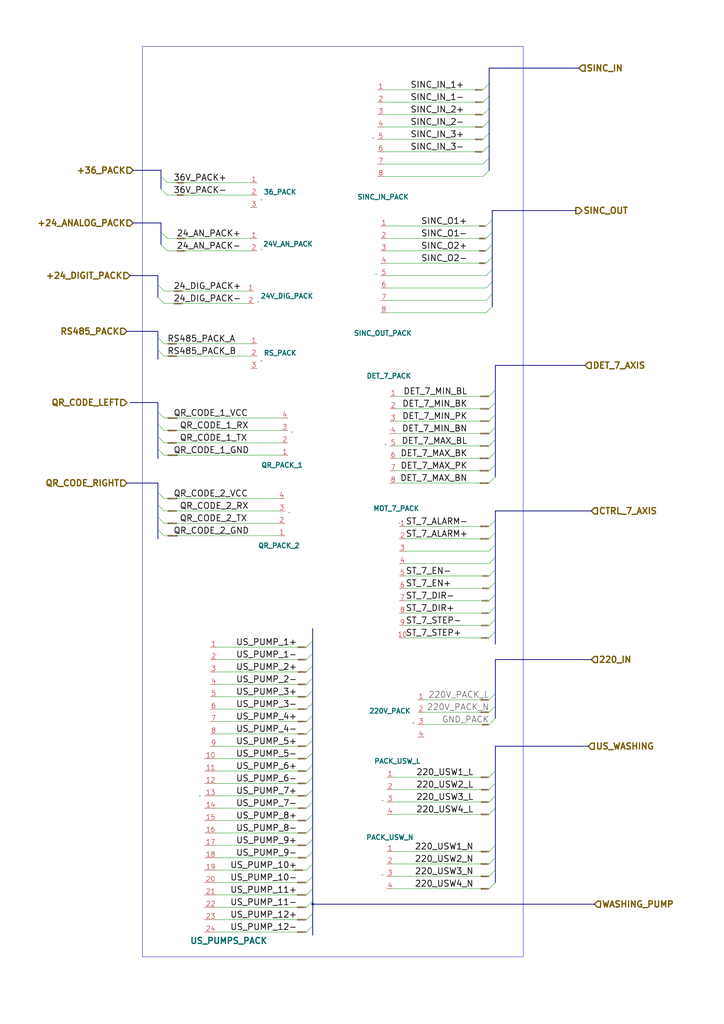
<source format=kicad_sch>
(kicad_sch (version 20250114) (generator "eeschema") (generator_version "9.0")
  (paper "A3" portrait)
  (lib_symbols
    (symbol "Conn_01x04_(wide)_2"
      (property "Reference" "J" (at 0 0 0))
      (symbol "Conn_01x04_(wide)_2_1_1"
        (pin input line (at -2.54 -5.08 0) (length 2.54) (name "") (number "1"))
        (pin input line (at -2.54 -10.16 0) (length 2.54) (name "") (number "2"))
        (pin input line (at -2.54 -15.24 0) (length 2.54) (name "") (number "3"))
        (pin input line (at -2.54 -20.32 0) (length 2.54) (name "") (number "4"))
      )
    )
    (symbol "Connector:Conn_01x02_(wide)"
      (property "Reference" "J" (at 0 0 0))
      (symbol "Conn_01x02_(wide)_1_1"
        (pin input line (at -2.54 -5.08 0) (length 2.54) (name "") (number "1"))
        (pin input line (at -2.54 -10.16 0) (length 2.54) (name "") (number "2"))
      )
    )
    (symbol "Connector:Conn_01x03_(wide)"
      (property "Reference" "J" (at 0 0 0))
      (symbol "Conn_01x03_(wide)_1_1"
        (pin input line (at -2.54 -5.08 0) (length 2.54) (name "") (number "1"))
        (pin input line (at -2.54 -10.16 0) (length 2.54) (name "") (number "2"))
        (pin input line (at -2.54 -15.24 0) (length 2.54) (name "") (number "3"))
      )
    )
    (symbol "Connector:Conn_01x08_(wide)"
      (property "Reference" "J" (at 0 0 0))
      (symbol "Conn_01x08_(wide)_1_1"
        (pin input line (at -2.54 -5.08 0) (length 2.54) (name "") (number "1"))
        (pin input line (at -2.54 -10.16 0) (length 2.54) (name "") (number "2"))
        (pin input line (at -2.54 -15.24 0) (length 2.54) (name "") (number "3"))
        (pin input line (at -2.54 -20.32 0) (length 2.54) (name "") (number "4"))
        (pin input line (at -2.54 -25.4 0) (length 2.54) (name "") (number "5"))
        (pin input line (at -2.54 -30.48 0) (length 2.54) (name "") (number "6"))
        (pin input line (at -2.54 -35.56 0) (length 2.54) (name "") (number "7"))
        (pin input line (at -2.54 -40.64 0) (length 2.54) (name "") (number "8"))
      )
    )
    (symbol "Connector:Conn_01x10_(wide)"
      (property "Reference" "J" (at 0 0 0))
      (symbol "Conn_01x10_(wide)_1_1"
        (pin input line (at -2.54 -5.08 0) (length 2.54) (name "") (number "1"))
        (pin input line (at -2.54 -10.16 0) (length 2.54) (name "") (number "2"))
        (pin input line (at -2.54 -15.24 0) (length 2.54) (name "") (number "3"))
        (pin input line (at -2.54 -20.32 0) (length 2.54) (name "") (number "4"))
        (pin input line (at -2.54 -25.4 0) (length 2.54) (name "") (number "5"))
        (pin input line (at -2.54 -30.48 0) (length 2.54) (name "") (number "6"))
        (pin input line (at -2.54 -35.56 0) (length 2.54) (name "") (number "7"))
        (pin input line (at -2.54 -40.64 0) (length 2.54) (name "") (number "8"))
        (pin input line (at -2.54 -45.72 0) (length 2.54) (name "") (number "9"))
        (pin input line (at -2.54 -50.8 0) (length 2.54) (name "") (number "10"))
      )
    )
    (symbol "Connector:Conn_01x24_(wide)"
      (property "Reference" "J" (at 0 2.286 0))
      (symbol "Conn_01x24_(wide)_1_1"
        (pin input line (at 0 -3.81 0) (length 2.54) (name "") (number "1"))
        (pin input line (at 0 -8.89 0) (length 2.54) (name "") (number "2"))
        (pin input line (at 0 -13.97 0) (length 2.54) (name "") (number "3"))
        (pin input line (at 0 -19.05 0) (length 2.54) (name "") (number "4"))
        (pin input line (at 0 -24.13 0) (length 2.54) (name "") (number "5"))
        (pin input line (at 0 -29.21 0) (length 2.54) (name "") (number "6"))
        (pin input line (at 0 -34.29 0) (length 2.54) (name "") (number "7"))
        (pin input line (at 0 -39.37 0) (length 2.54) (name "") (number "8"))
        (pin input line (at 0 -44.45 0) (length 2.54) (name "") (number "9"))
        (pin input line (at 0 -49.53 0) (length 5) (name "") (number "10"))
        (pin input line (at 0 -54.61 0) (length 5) (name "") (number "11"))
        (pin input line (at 0 -59.69 0) (length 5) (name "") (number "12"))
        (pin input line (at 0 -64.77 0) (length 5) (name "") (number "13"))
        (pin input line (at 0 -69.85 0) (length 5) (name "") (number "14"))
        (pin input line (at 0 -74.93 0) (length 5) (name "") (number "15"))
        (pin input line (at 0 -80.01 0) (length 5) (name "") (number "16"))
        (pin input line (at 0 -85.09 0) (length 5) (name "") (number "17"))
        (pin input line (at 0 -90.17 0) (length 5) (name "") (number "18"))
        (pin input line (at 0 -95.25 0) (length 5) (name "") (number "19"))
        (pin input line (at 0 -100.33 0) (length 5) (name "") (number "20"))
        (pin input line (at 0 -105.41 0) (length 5) (name "") (number "21"))
        (pin input line (at 0 -110.49 0) (length 5) (name "") (number "22"))
        (pin input line (at 0 -115.57 0) (length 5) (name "") (number "23"))
        (pin input line (at 0 -120.65 0) (length 5) (name "") (number "24"))
      )
    )
  )
  (rectangle (start 58.42 19.05) (end 214.63 392.43))
  (junction (at 128.27 370.84))
  (bus_entry (at 199.39 128.27) (size 2.54 -2.54))
  (bus_entry (at 198.12 67.31) (size 2.54 -2.54))
  (bus_entry (at 203.2 180.34) (size -2.54 2.54))
  (bus_entry (at 198.12 36.83) (size 2.54 -2.54))
  (bus_entry (at 128.27 328.93) (size -2.54 2.54))
  (bus_entry (at 64.77 143.51) (size 2.54 2.54))
  (bus_entry (at 128.27 334.01) (size -2.54 2.54))
  (bus_entry (at 203.2 254) (size -2.54 2.54))
  (bus_entry (at 64.77 116.84) (size 2.54 2.54))
  (bus_entry (at 200.66 364.49) (size 2.54 -2.54))
  (bus_entry (at 199.39 113.03) (size 2.54 -2.54))
  (bus_entry (at 128.27 288.29) (size -2.54 2.54))
  (bus_entry (at 199.39 97.79) (size 2.54 -2.54))
  (bus_entry (at 203.2 218.44) (size -2.54 2.54))
  (bus_entry (at 198.12 41.91) (size 2.54 -2.54))
  (bus_entry (at 203.2 190.5) (size -2.54 2.54))
  (bus_entry (at 203.2 213.36) (size -2.54 2.54))
  (bus_entry (at 64.77 212.09) (size 2.54 2.54))
  (bus_entry (at 128.27 359.41) (size -2.54 2.54))
  (bus_entry (at 203.2 284.48) (size -2.54 2.54))
  (bus_entry (at 198.12 57.15) (size 2.54 -2.54))
  (bus_entry (at 203.2 160.02) (size -2.54 2.54))
  (bus_entry (at 203.2 238.76) (size -2.54 2.54))
  (bus_entry (at 128.27 344.17) (size -2.54 2.54))
  (bus_entry (at 66.04 72.39) (size 2.54 2.54))
  (bus_entry (at 128.27 354.33) (size -2.54 2.54))
  (bus_entry (at 203.2 294.64) (size -2.54 2.54))
  (bus_entry (at 198.12 62.23) (size 2.54 -2.54))
  (bus_entry (at 200.66 334.01) (size 2.54 -2.54))
  (bus_entry (at 128.27 308.61) (size -2.54 2.54))
  (bus_entry (at 203.2 228.6) (size -2.54 2.54))
  (bus_entry (at 200.66 349.25) (size 2.54 -2.54))
  (bus_entry (at 200.66 354.33) (size 2.54 -2.54))
  (bus_entry (at 64.77 168.91) (size 2.54 2.54))
  (bus_entry (at 128.27 339.09) (size -2.54 2.54))
  (bus_entry (at 64.77 184.15) (size 2.54 2.54))
  (bus_entry (at 199.39 107.95) (size 2.54 -2.54))
  (bus_entry (at 128.27 369.57) (size -2.54 2.54))
  (bus_entry (at 128.27 379.73) (size -2.54 2.54))
  (bus_entry (at 66.04 95.25) (size 2.54 2.54))
  (bus_entry (at 203.2 170.18) (size -2.54 2.54))
  (bus_entry (at 128.27 374.65) (size -2.54 2.54))
  (bus_entry (at 203.2 223.52) (size -2.54 2.54))
  (bus_entry (at 64.77 121.92) (size 2.54 2.54))
  (bus_entry (at 199.39 92.71) (size 2.54 -2.54))
  (bus_entry (at 128.27 278.13) (size -2.54 2.54))
  (bus_entry (at 128.27 303.53) (size -2.54 2.54))
  (bus_entry (at 198.12 72.39) (size 2.54 -2.54))
  (bus_entry (at 198.12 46.99) (size 2.54 -2.54))
  (bus_entry (at 203.2 259.08) (size -2.54 2.54))
  (bus_entry (at 128.27 323.85) (size -2.54 2.54))
  (bus_entry (at 128.27 267.97) (size -2.54 2.54))
  (bus_entry (at 64.77 207.01) (size 2.54 2.54))
  (bus_entry (at 198.12 52.07) (size 2.54 -2.54))
  (bus_entry (at 203.2 185.42) (size -2.54 2.54))
  (bus_entry (at 128.27 318.77) (size -2.54 2.54))
  (bus_entry (at 128.27 273.05) (size -2.54 2.54))
  (bus_entry (at 64.77 217.17) (size 2.54 2.54))
  (bus_entry (at 64.77 201.93) (size 2.54 2.54))
  (bus_entry (at 199.39 102.87) (size 2.54 -2.54))
  (bus_entry (at 64.77 179.07) (size 2.54 2.54))
  (bus_entry (at 128.27 349.25) (size -2.54 2.54))
  (bus_entry (at 128.27 262.89) (size -2.54 2.54))
  (bus_entry (at 128.27 364.49) (size -2.54 2.54))
  (bus_entry (at 203.2 243.84) (size -2.54 2.54))
  (bus_entry (at 199.39 123.19) (size 2.54 -2.54))
  (bus_entry (at 128.27 298.45) (size -2.54 2.54))
  (bus_entry (at 203.2 175.26) (size -2.54 2.54))
  (bus_entry (at 200.66 328.93) (size 2.54 -2.54))
  (bus_entry (at 203.2 289.56) (size -2.54 2.54))
  (bus_entry (at 203.2 165.1) (size -2.54 2.54))
  (bus_entry (at 128.27 293.37) (size -2.54 2.54))
  (bus_entry (at 203.2 233.68) (size -2.54 2.54))
  (bus_entry (at 200.66 359.41) (size 2.54 -2.54))
  (bus_entry (at 66.04 77.47) (size 2.54 2.54))
  (bus_entry (at 128.27 313.69) (size -2.54 2.54))
  (bus_entry (at 64.77 173.99) (size 2.54 2.54))
  (bus_entry (at 203.2 195.58) (size -2.54 2.54))
  (bus_entry (at 64.77 138.43) (size 2.54 2.54))
  (bus_entry (at 203.2 248.92) (size -2.54 2.54))
  (bus_entry (at 200.66 323.85) (size 2.54 -2.54))
  (bus_entry (at 128.27 283.21) (size -2.54 2.54))
  (bus_entry (at 66.04 100.33) (size 2.54 2.54))
  (bus_entry (at 199.39 118.11) (size 2.54 -2.54))
  (bus_entry (at 200.66 318.77) (size 2.54 -2.54))
  (bus (pts (xy 64.77 116.84) (xy 64.77 121.92)))
  (wire (pts (xy 200.66 297.18) (xy 173.99 297.18)))
  (bus (pts (xy 203.2 284.48) (xy 203.2 289.56)))
  (bus (pts (xy 203.2 316.23) (xy 203.2 321.31)))
  (wire (pts (xy 200.66 236.22) (xy 166.37 236.22)))
  (bus (pts (xy 203.2 306.07) (xy 241.3 306.07)))
  (bus (pts (xy 128.27 374.65) (xy 128.27 379.73)))
  (wire (pts (xy 200.66 261.62) (xy 166.37 261.62)))
  (bus (pts (xy 128.27 318.77) (xy 128.27 323.85)))
  (wire (pts (xy 125.73 351.79) (xy 88.9 351.79)))
  (wire (pts (xy 125.73 316.23) (xy 88.9 316.23)))
  (bus (pts (xy 201.93 86.36) (xy 201.93 90.17)))
  (wire (pts (xy 166.37 220.98) (xy 200.66 220.98)))
  (bus (pts (xy 53.34 165.1) (xy 64.77 165.1)))
  (bus (pts (xy 203.2 175.26) (xy 203.2 180.34)))
  (bus (pts (xy 128.27 278.13) (xy 128.27 283.21)))
  (wire (pts (xy 125.73 321.31) (xy 88.9 321.31)))
  (wire (pts (xy 67.31 209.55) (xy 114.3 209.55)))
  (bus (pts (xy 52.07 198.12) (xy 64.77 198.12)))
  (bus (pts (xy 203.2 270.51) (xy 242.57 270.51)))
  (wire (pts (xy 125.73 285.75) (xy 88.9 285.75)))
  (bus (pts (xy 66.04 91.44) (xy 66.04 95.25)))
  (bus (pts (xy 128.27 283.21) (xy 128.27 288.29)))
  (wire (pts (xy 200.66 187.96) (xy 162.56 187.96)))
  (wire (pts (xy 158.75 92.71) (xy 199.39 92.71)))
  (wire (pts (xy 166.37 231.14) (xy 200.66 231.14)))
  (wire (pts (xy 67.31 140.97) (xy 102.87 140.97)))
  (wire (pts (xy 67.31 146.05) (xy 102.87 146.05)))
  (wire (pts (xy 166.37 226.06) (xy 200.66 226.06)))
  (bus (pts (xy 203.2 270.51) (xy 203.2 284.48)))
  (bus (pts (xy 64.77 165.1) (xy 64.77 168.91)))
  (wire (pts (xy 166.37 215.9) (xy 200.66 215.9)))
  (bus (pts (xy 201.93 120.65) (xy 201.93 125.73)))
  (bus (pts (xy 236.22 86.36) (xy 201.93 86.36)))
  (bus (pts (xy 128.27 293.37) (xy 128.27 298.45)))
  (bus (pts (xy 201.93 105.41) (xy 201.93 110.49)))
  (bus (pts (xy 203.2 248.92) (xy 203.2 254)))
  (bus (pts (xy 201.93 90.17) (xy 201.93 95.25)))
  (bus (pts (xy 203.2 259.08) (xy 203.2 264.16)))
  (bus (pts (xy 203.2 209.55) (xy 203.2 213.36)))
  (wire (pts (xy 200.66 292.1) (xy 173.99 292.1)))
  (bus (pts (xy 64.77 217.17) (xy 64.77 220.98)))
  (bus (pts (xy 128.27 344.17) (xy 128.27 349.25)))
  (wire (pts (xy 157.48 67.31) (xy 198.12 67.31)))
  (wire (pts (xy 200.66 287.02) (xy 173.99 287.02)))
  (bus (pts (xy 203.2 165.1) (xy 203.2 170.18)))
  (wire (pts (xy 67.31 214.63) (xy 114.3 214.63)))
  (wire (pts (xy 158.75 123.19) (xy 199.39 123.19)))
  (wire (pts (xy 161.29 359.41) (xy 200.66 359.41)))
  (bus (pts (xy 203.2 238.76) (xy 203.2 243.84)))
  (wire (pts (xy 200.66 182.88) (xy 162.56 182.88)))
  (wire (pts (xy 157.48 36.83) (xy 198.12 36.83)))
  (wire (pts (xy 157.48 72.39) (xy 198.12 72.39)))
  (bus (pts (xy 64.77 173.99) (xy 64.77 179.07)))
  (bus (pts (xy 200.66 54.61) (xy 200.66 59.69)))
  (wire (pts (xy 125.73 300.99) (xy 88.9 300.99)))
  (wire (pts (xy 125.73 331.47) (xy 88.9 331.47)))
  (bus (pts (xy 203.2 331.47) (xy 203.2 346.71)))
  (bus (pts (xy 128.27 262.89) (xy 128.27 257.81)))
  (wire (pts (xy 157.48 57.15) (xy 198.12 57.15)))
  (wire (pts (xy 67.31 204.47) (xy 114.3 204.47)))
  (wire (pts (xy 125.73 311.15) (xy 88.9 311.15)))
  (bus (pts (xy 203.2 254) (xy 203.2 259.08)))
  (bus (pts (xy 128.27 379.73) (xy 128.27 383.54)))
  (bus (pts (xy 203.2 149.86) (xy 203.2 160.02)))
  (bus (pts (xy 66.04 72.39) (xy 66.04 77.47)))
  (wire (pts (xy 158.75 128.27) (xy 199.39 128.27)))
  (bus (pts (xy 66.04 95.25) (xy 66.04 100.33)))
  (wire (pts (xy 158.75 118.11) (xy 199.39 118.11)))
  (bus (pts (xy 64.77 201.93) (xy 64.77 207.01)))
  (bus (pts (xy 203.2 233.68) (xy 203.2 238.76)))
  (wire (pts (xy 68.58 102.87) (xy 102.87 102.87)))
  (wire (pts (xy 158.75 97.79) (xy 199.39 97.79)))
  (bus (pts (xy 203.2 346.71) (xy 203.2 351.79)))
  (bus (pts (xy 203.2 306.07) (xy 203.2 316.23)))
  (wire (pts (xy 125.73 336.55) (xy 88.9 336.55)))
  (bus (pts (xy 128.27 334.01) (xy 128.27 339.09)))
  (bus (pts (xy 203.2 223.52) (xy 203.2 228.6)))
  (bus (pts (xy 203.2 351.79) (xy 203.2 356.87)))
  (bus (pts (xy 203.2 160.02) (xy 203.2 165.1)))
  (wire (pts (xy 125.73 377.19) (xy 88.9 377.19)))
  (wire (pts (xy 161.29 364.49) (xy 200.66 364.49)))
  (bus (pts (xy 128.27 328.93) (xy 128.27 334.01)))
  (wire (pts (xy 157.48 46.99) (xy 198.12 46.99)))
  (bus (pts (xy 64.77 135.89) (xy 64.77 138.43)))
  (wire (pts (xy 125.73 382.27) (xy 88.9 382.27)))
  (wire (pts (xy 125.73 290.83) (xy 88.9 290.83)))
  (wire (pts (xy 157.48 52.07) (xy 198.12 52.07)))
  (bus (pts (xy 64.77 212.09) (xy 64.77 217.17)))
  (wire (pts (xy 68.58 80.01) (xy 102.87 80.01)))
  (bus (pts (xy 128.27 370.84) (xy 128.27 374.65)))
  (bus (pts (xy 203.2 185.42) (xy 203.2 190.5)))
  (bus (pts (xy 203.2 180.34) (xy 203.2 185.42)))
  (wire (pts (xy 158.75 113.03) (xy 199.39 113.03)))
  (bus (pts (xy 203.2 243.84) (xy 203.2 248.92)))
  (wire (pts (xy 68.58 74.93) (xy 102.87 74.93)))
  (bus (pts (xy 203.2 289.56) (xy 203.2 294.64)))
  (bus (pts (xy 128.27 303.53) (xy 128.27 308.61)))
  (bus (pts (xy 200.66 27.94) (xy 237.49 27.94)))
  (bus (pts (xy 128.27 370.84) (xy 243.84 370.84)))
  (wire (pts (xy 200.66 256.54) (xy 166.37 256.54)))
  (wire (pts (xy 125.73 346.71) (xy 88.9 346.71)))
  (bus (pts (xy 64.77 113.03) (xy 53.34 113.03)))
  (wire (pts (xy 200.66 246.38) (xy 166.37 246.38)))
  (bus (pts (xy 64.77 179.07) (xy 64.77 184.15)))
  (bus (pts (xy 200.66 44.45) (xy 200.66 49.53)))
  (bus (pts (xy 64.77 138.43) (xy 64.77 143.51)))
  (wire (pts (xy 157.48 62.23) (xy 198.12 62.23)))
  (bus (pts (xy 128.27 364.49) (xy 128.27 369.57)))
  (bus (pts (xy 200.66 34.29) (xy 200.66 39.37)))
  (bus (pts (xy 200.66 39.37) (xy 200.66 44.45)))
  (wire (pts (xy 161.29 318.77) (xy 200.66 318.77)))
  (wire (pts (xy 162.56 177.8) (xy 200.66 177.8)))
  (bus (pts (xy 203.2 218.44) (xy 203.2 223.52)))
  (wire (pts (xy 125.73 341.63) (xy 88.9 341.63)))
  (wire (pts (xy 162.56 167.64) (xy 200.66 167.64)))
  (wire (pts (xy 125.73 265.43) (xy 88.9 265.43)))
  (wire (pts (xy 68.58 97.79) (xy 102.87 97.79)))
  (wire (pts (xy 125.73 275.59) (xy 88.9 275.59)))
  (wire (pts (xy 125.73 361.95) (xy 88.9 361.95)))
  (bus (pts (xy 128.27 298.45) (xy 128.27 303.53)))
  (wire (pts (xy 162.56 172.72) (xy 200.66 172.72)))
  (bus (pts (xy 203.2 190.5) (xy 203.2 195.58)))
  (bus (pts (xy 128.27 339.09) (xy 128.27 344.17)))
  (wire (pts (xy 88.9 356.87) (xy 125.73 356.87)))
  (wire (pts (xy 125.73 280.67) (xy 88.9 280.67)))
  (wire (pts (xy 67.31 186.69) (xy 115.57 186.69)))
  (bus (pts (xy 203.2 213.36) (xy 203.2 218.44)))
  (bus (pts (xy 64.77 168.91) (xy 64.77 173.99)))
  (wire (pts (xy 125.73 367.03) (xy 88.9 367.03)))
  (bus (pts (xy 200.66 49.53) (xy 200.66 54.61)))
  (bus (pts (xy 201.93 100.33) (xy 201.93 105.41)))
  (wire (pts (xy 158.75 102.87) (xy 199.39 102.87)))
  (bus (pts (xy 64.77 113.03) (xy 64.77 116.84)))
  (bus (pts (xy 201.93 110.49) (xy 201.93 115.57)))
  (bus (pts (xy 203.2 356.87) (xy 203.2 361.95)))
  (bus (pts (xy 201.93 95.25) (xy 201.93 100.33)))
  (wire (pts (xy 125.73 306.07) (xy 88.9 306.07)))
  (bus (pts (xy 128.27 267.97) (xy 128.27 273.05)))
  (bus (pts (xy 128.27 364.49) (xy 128.27 359.41)))
  (bus (pts (xy 200.66 64.77) (xy 200.66 69.85)))
  (wire (pts (xy 67.31 119.38) (xy 101.6 119.38)))
  (bus (pts (xy 242.57 209.55) (xy 203.2 209.55)))
  (wire (pts (xy 161.29 349.25) (xy 200.66 349.25)))
  (bus (pts (xy 128.27 308.61) (xy 128.27 313.69)))
  (bus (pts (xy 128.27 354.33) (xy 128.27 349.25)))
  (bus (pts (xy 200.66 59.69) (xy 200.66 64.77)))
  (bus (pts (xy 128.27 369.57) (xy 128.27 370.84)))
  (bus (pts (xy 64.77 198.12) (xy 64.77 201.93)))
  (wire (pts (xy 125.73 372.11) (xy 88.9 372.11)))
  (bus (pts (xy 128.27 323.85) (xy 128.27 328.93)))
  (bus (pts (xy 128.27 273.05) (xy 128.27 278.13)))
  (bus (pts (xy 64.77 143.51) (xy 64.77 147.32)))
  (wire (pts (xy 125.73 295.91) (xy 88.9 295.91)))
  (wire (pts (xy 158.75 107.95) (xy 199.39 107.95)))
  (bus (pts (xy 128.27 354.33) (xy 128.27 359.41)))
  (bus (pts (xy 52.07 135.89) (xy 64.77 135.89)))
  (wire (pts (xy 157.48 41.91) (xy 198.12 41.91)))
  (wire (pts (xy 125.73 270.51) (xy 88.9 270.51)))
  (bus (pts (xy 128.27 262.89) (xy 128.27 267.97)))
  (wire (pts (xy 161.29 328.93) (xy 200.66 328.93)))
  (wire (pts (xy 200.66 198.12) (xy 162.56 198.12)))
  (wire (pts (xy 200.66 251.46) (xy 166.37 251.46)))
  (bus (pts (xy 200.66 34.29) (xy 200.66 27.94)))
  (wire (pts (xy 161.29 323.85) (xy 200.66 323.85)))
  (bus (pts (xy 203.2 228.6) (xy 203.2 233.68)))
  (wire (pts (xy 67.31 171.45) (xy 115.57 171.45)))
  (wire (pts (xy 67.31 176.53) (xy 115.57 176.53)))
  (bus (pts (xy 240.03 149.86) (xy 203.2 149.86)))
  (bus (pts (xy 54.61 69.85) (xy 66.04 69.85)))
  (bus (pts (xy 64.77 184.15) (xy 64.77 187.96)))
  (wire (pts (xy 67.31 181.61) (xy 115.57 181.61)))
  (bus (pts (xy 128.27 288.29) (xy 128.27 293.37)))
  (wire (pts (xy 125.73 326.39) (xy 88.9 326.39)))
  (bus (pts (xy 54.61 91.44) (xy 66.04 91.44)))
  (wire (pts (xy 161.29 354.33) (xy 200.66 354.33)))
  (wire (pts (xy 200.66 241.3) (xy 166.37 241.3)))
  (bus (pts (xy 203.2 326.39) (xy 203.2 331.47)))
  (wire (pts (xy 67.31 124.46) (xy 101.6 124.46)))
  (bus (pts (xy 203.2 321.31) (xy 203.2 326.39)))
  (wire (pts (xy 162.56 162.56) (xy 200.66 162.56)))
  (bus (pts (xy 64.77 207.01) (xy 64.77 212.09)))
  (wire (pts (xy 200.66 193.04) (xy 162.56 193.04)))
  (bus (pts (xy 203.2 170.18) (xy 203.2 175.26)))
  (bus (pts (xy 201.93 115.57) (xy 201.93 120.65)))
  (wire (pts (xy 161.29 334.01) (xy 200.66 334.01)))
  (wire (pts (xy 67.31 219.71) (xy 114.3 219.71)))
  (bus (pts (xy 128.27 313.69) (xy 128.27 318.77)))
  (bus (pts (xy 66.04 69.85) (xy 66.04 72.39)))
  (label "DET_7_MAX_PK" (at 191.77 193.04 180) (effects (font (size 2.5 2.5) (thickness 0.3125))))
  (label "SINC_O1+" (at 191.77 92.71 180) (effects (font (size 2.5 2.5) (thickness 0.3125))))
  (label "RS485_PACK_A" (at 68.58 140.97 0) (effects (font (size 2.5 2.5) (thickness 0.3125))))
  (label "US_PUMP_7+" (at 121.92 326.39 180) (effects (font (size 2.5 2.5) (thickness 0.3125))))
  (label "US_PUMP_6+" (at 121.92 316.23 180) (effects (font (size 2.5 2.5) (thickness 0.3125))))
  (label "SINC_O2+" (at 191.77 102.87 180) (effects (font (size 2.5 2.5) (thickness 0.3125))))
  (label "US_PUMP_1+" (at 121.92 265.43 180) (effects (font (size 2.5 2.5) (thickness 0.3125))))
  (label "220_USW1_L" (at 194.31 318.77 180) (effects (font (size 2.5 2.5) (thickness 0.3125))))
  (label "US_PUMP_11+" (at 121.92 367.03 180) (effects (font (size 2.5 2.5) (thickness 0.3125))))
  (label "ST_7_EN-" (at 166.37 236.22 0) (effects (font (size 2.5 2.5) (thickness 0.3125))))
  (label "US_PUMP_12-" (at 121.92 382.27 180) (effects (font (size 2.5 2.5) (thickness 0.3125))))
  (label "220_USW4_N" (at 194.31 364.49 180) (effects (font (size 2.5 2.5) (thickness 0.3125))))
  (label "US_PUMP_4+" (at 121.92 295.91 180) (effects (font (size 2.5 2.5) (thickness 0.3125))))
  (label "US_PUMP_6-" (at 121.92 321.31 180) (effects (font (size 2.5 2.5) (thickness 0.3125))))
  (label "SINC_IN_1-" (at 190.5 41.91 180) (effects (font (size 2.5 2.5) (thickness 0.3125))))
  (label "US_PUMP_2+" (at 121.92 275.59 180) (effects (font (size 2.5 2.5) (thickness 0.3125))))
  (label "US_PUMP_1-" (at 121.92 270.51 180) (effects (font (size 2.5 2.5) (thickness 0.3125))))
  (label "220_USW2_L" (at 194.31 323.85 180) (effects (font (size 2.5 2.5) (thickness 0.3125))))
  (label "220_USW4_L" (at 194.31 334.01 180) (effects (font (size 2.5 2.5) (thickness 0.3125))))
  (label "220_USW2_N" (at 194.31 354.33 180) (effects (font (size 2.5 2.5) (thickness 0.3125))))
  (label "US_PUMP_7-" (at 121.92 331.47 180) (effects (font (size 2.5 2.5) (thickness 0.3125))))
  (label "QR_CODE_2_GND" (at 71.12 219.71 0) (effects (font (size 2.5 2.5) (thickness 0.3125))))
  (label "QR_CODE_1_TX" (at 73.66 181.61 0) (effects (font (size 2.5 2.5) (thickness 0.3125))))
  (label "36V_PACK+" (at 71.12 74.93 0) (effects (font (size 2.5 2.5) (thickness 0.3125))))
  (label "QR_CODE_1_GND" (at 71.12 186.69 0) (effects (font (size 2.5 2.5) (thickness 0.3125))))
  (label "US_PUMP_11-" (at 121.92 372.11 180) (effects (font (size 2.5 2.5) (thickness 0.3125))))
  (label "QR_CODE_2_TX" (at 73.66 214.63 0) (effects (font (size 2.5 2.5) (thickness 0.3125))))
  (label "220V_PACK_L" (at 200.66 287.02 180) (effects (font (size 2.5 2.5))))
  (label "DET_7_MIN_BL" (at 191.77 162.56 180) (effects (font (size 2.5 2.5) (thickness 0.3125))))
  (label "QR_CODE_2_RX" (at 73.66 209.55 0) (effects (font (size 2.5 2.5) (thickness 0.3125))))
  (label "US_PUMP_10-" (at 121.92 361.95 180) (effects (font (size 2.5 2.5) (thickness 0.3125))))
  (label "24_DIG_PACK-" (at 71.12 124.46 0) (effects (font (size 2.5 2.5) (thickness 0.3125))))
  (label "DET_7_MIN_BN" (at 191.77 177.8 180) (effects (font (size 2.5 2.5) (thickness 0.3125))))
  (label "SINC_IN_1+" (at 190.5 36.83 180) (effects (font (size 2.5 2.5) (thickness 0.3125))))
  (label "SINC_IN_2-" (at 190.5 52.07 180) (effects (font (size 2.5 2.5) (thickness 0.3125))))
  (label "US_PUMP_5+" (at 121.92 306.07 180) (effects (font (size 2.5 2.5) (thickness 0.3125))))
  (label "24_AN_PACK+" (at 72.39 97.79 0) (effects (font (size 2.5 2.5) (thickness 0.3125))))
  (label "SINC_IN_3+" (at 190.5 57.15 180) (effects (font (size 2.5 2.5) (thickness 0.3125))))
  (label "220_USW1_N" (at 194.31 349.25 180) (effects (font (size 2.5 2.5) (thickness 0.3125))))
  (label "RS485_PACK_B" (at 68.58 146.05 0) (effects (font (size 2.5 2.5) (thickness 0.3125))))
  (label "ST_7_EN+" (at 166.37 241.3 0) (effects (font (size 2.5 2.5) (thickness 0.3125))))
  (label "ST_7_DIR+" (at 166.37 251.46 0) (effects (font (size 2.5 2.5) (thickness 0.3125))))
  (label "ST_7_ALARM-" (at 166.37 215.9 0) (effects (font (size 2.5 2.5) (thickness 0.3125))))
  (label "US_PUMP_3-" (at 121.92 290.83 180) (effects (font (size 2.5 2.5) (thickness 0.3125))))
  (label "US_PUMP_8-" (at 121.92 341.63 180) (effects (font (size 2.5 2.5) (thickness 0.3125))))
  (label "SINC_IN_3-" (at 190.5 62.23 180) (effects (font (size 2.5 2.5) (thickness 0.3125))))
  (label "US_PUMP_2-" (at 121.92 280.67 180) (effects (font (size 2.5 2.5) (thickness 0.3125))))
  (label "ST_7_STEP+" (at 166.37 261.62 0) (effects (font (size 2.5 2.5) (thickness 0.3125))))
  (label "GND_PACK" (at 200.66 297.18 180) (effects (font (size 2.5 2.5))))
  (label "DET_7_MIN_BK" (at 191.77 167.64 180) (effects (font (size 2.5 2.5) (thickness 0.3125))))
  (label "QR_CODE_1_RX" (at 73.66 176.53 0) (effects (font (size 2.5 2.5) (thickness 0.3125))))
  (label "24_DIG_PACK+" (at 71.12 119.38 0) (effects (font (size 2.5 2.5) (thickness 0.3125))))
  (label "QR_CODE_1_VCC" (at 71.12 171.45 0) (effects (font (size 2.5 2.5) (thickness 0.3125))))
  (label "DET_7_MIN_PK" (at 191.77 172.72 180) (effects (font (size 2.5 2.5) (thickness 0.3125))))
  (label "US_PUMP_4-" (at 121.92 300.99 180) (effects (font (size 2.5 2.5) (thickness 0.3125))))
  (label "US_PUMP_10+" (at 121.92 356.87 180) (effects (font (size 2.5 2.5) (thickness 0.3125))))
  (label "220V_PACK_N" (at 200.66 292.1 180) (effects (font (size 2.5 2.5))))
  (label "SINC_O2-" (at 191.77 107.95 180) (effects (font (size 2.5 2.5) (thickness 0.3125))))
  (label "US_PUMP_8+" (at 121.92 336.55 180) (effects (font (size 2.5 2.5) (thickness 0.3125))))
  (label "SINC_O1-" (at 191.77 97.79 180) (effects (font (size 2.5 2.5) (thickness 0.3125))))
  (label "ST_7_DIR-" (at 166.37 246.38 0) (effects (font (size 2.5 2.5) (thickness 0.3125))))
  (label "220_USW3_L" (at 194.31 328.93 180) (effects (font (size 2.5 2.5) (thickness 0.3125))))
  (label "ST_7_STEP-" (at 166.37 256.54 0) (effects (font (size 2.5 2.5) (thickness 0.3125))))
  (label "US_PUMP_3+" (at 121.92 285.75 180) (effects (font (size 2.5 2.5) (thickness 0.3125))))
  (label "DET_7_MAX_BK" (at 191.77 187.96 180) (effects (font (size 2.5 2.5) (thickness 0.3125))))
  (label "36V_PACK-" (at 71.12 80.01 0) (effects (font (size 2.5 2.5) (thickness 0.3125))))
  (label "ST_7_ALARM+" (at 166.37 220.98 0) (effects (font (size 2.5 2.5) (thickness 0.3125))))
  (label "US_PUMP_9-" (at 121.92 351.79 180) (effects (font (size 2.5 2.5) (thickness 0.3125))))
  (label "24_AN_PACK-" (at 72.39 102.87 0) (effects (font (size 2.5 2.5) (thickness 0.3125))))
  (label "SINC_IN_2+" (at 190.5 46.99 180) (effects (font (size 2.5 2.5) (thickness 0.3125))))
  (label "US_PUMP_9+" (at 121.92 346.71 180) (effects (font (size 2.5 2.5) (thickness 0.3125))))
  (label "220_USW3_N" (at 194.31 359.41 180) (effects (font (size 2.5 2.5) (thickness 0.3125))))
  (label "QR_CODE_2_VCC" (at 71.12 204.47 0) (effects (font (size 2.5 2.5) (thickness 0.3125))))
  (label "US_PUMP_5-" (at 121.92 311.15 180) (effects (font (size 2.5 2.5) (thickness 0.3125))))
  (label "US_PUMP_12+" (at 121.92 377.19 180) (effects (font (size 2.5 2.5) (thickness 0.3125))))
  (label "DET_7_MAX_BN" (at 191.77 198.12 180) (effects (font (size 2.5 2.5) (thickness 0.3125))))
  (label "DET_7_MAX_BL" (at 191.77 182.88 180) (effects (font (size 2.5 2.5) (thickness 0.3125))))
  (global_label "ST_7_DIR-" (shape input) (at 200.66 246.38 180) (effects (font (size 0.3 0.3))) (property "Intersheetrefs" "${INTERSHEET_REFS}" (effects (hide yes))))
  (global_label "US_PUMP_11+" (shape input) (at 125.73 367.03 180) (effects (font (size 0.3 0.3))) (property "Intersheetrefs" "${INTERSHEET_REFS}" (effects (hide yes))))
  (global_label "US_PUMP_9-" (shape input) (at 125.73 351.79 180) (effects (font (size 0.3 0.3))) (property "Intersheetrefs" "${INTERSHEET_REFS}" (effects (hide yes))))
  (global_label "US_PUMP_12-" (shape input) (at 125.73 382.27 180) (effects (font (size 0.3 0.3))) (property "Intersheetrefs" "${INTERSHEET_REFS}" (effects (hide yes))))
  (global_label "US_PUMP_2-" (shape input) (at 125.73 280.67 180) (effects (font (size 0.3 0.3))) (property "Intersheetrefs" "${INTERSHEET_REFS}" (effects (hide yes))))
  (global_label "US_PUMP_8+" (shape input) (at 125.73 336.55 180) (effects (font (size 0.3 0.3))) (property "Intersheetrefs" "${INTERSHEET_REFS}" (effects (hide yes))))
  (global_label "US_PUMP_10+" (shape input) (at 124.46 356.87 180) (effects (font (size 0.3 0.3))) (property "Intersheetrefs" "${INTERSHEET_REFS}" (effects (hide yes))))
  (global_label "DET_7_MIN_BK" (shape input) (at 196.85 167.64 0) (effects (font (size 0.3 0.3))) (property "Intersheetrefs" "${INTERSHEET_REFS}" (effects (hide yes))))
  (global_label "24_DIG_PACK+" (shape input) (at 71.12 119.38 0) (effects (font (size 0.3 0.3))) (property "Intersheetrefs" "${INTERSHEET_REFS}" (effects (hide yes))))
  (global_label "US_PUMP_8-" (shape input) (at 125.73 341.63 180) (effects (font (size 0.3 0.3))) (property "Intersheetrefs" "${INTERSHEET_REFS}" (effects (hide yes))))
  (global_label "220_USW3_N" (shape input) (at 200.66 359.41 180) (effects (font (size 0.3 0.3))) (property "Intersheetrefs" "${INTERSHEET_REFS}" (effects (hide yes))))
  (global_label "DET_7_MAX_BK" (shape input) (at 200.66 187.96 180) (effects (font (size 0.3 0.3))) (property "Intersheetrefs" "${INTERSHEET_REFS}" (effects (hide yes))))
  (global_label "US_PUMP_11-" (shape input) (at 125.73 372.11 180) (effects (font (size 0.3 0.3))) (property "Intersheetrefs" "${INTERSHEET_REFS}" (effects (hide yes))))
  (global_label "US_PUMP_4-" (shape input) (at 125.73 300.99 180) (effects (font (size 0.3 0.3))) (property "Intersheetrefs" "${INTERSHEET_REFS}" (effects (hide yes))))
  (global_label "DET_7_MIN_PK" (shape input) (at 196.85 172.72 0) (effects (font (size 0.3 0.3))) (property "Intersheetrefs" "${INTERSHEET_REFS}" (effects (hide yes))))
  (global_label "DET_7_MIN_BL" (shape input) (at 196.85 162.56 0) (effects (font (size 0.3 0.3))) (property "Intersheetrefs" "${INTERSHEET_REFS}" (effects (hide yes))))
  (global_label "RS485_PACK_B" (shape input) (at 68.58 146.05 0) (effects (font (size 0.3 0.3))) (property "Intersheetrefs" "${INTERSHEET_REFS}" (effects (hide yes))))
  (global_label "220_USW2_N" (shape input) (at 200.66 354.33 180) (effects (font (size 0.3 0.3))) (property "Intersheetrefs" "${INTERSHEET_REFS}" (effects (hide yes))))
  (global_label "220V_PACK_L" (shape input) (at 200.66 287.02 180) (effects (font (size 0.3 0.3))) (property "Intersheetrefs" "${INTERSHEET_REFS}" (effects (hide yes))))
  (global_label "ST_7_ALARM+" (shape input) (at 200.66 220.98 180) (effects (font (size 0.3 0.3))) (property "Intersheetrefs" "${INTERSHEET_REFS}" (effects (hide yes))))
  (global_label "24_AN_PACK-" (shape input) (at 72.39 102.87 0) (effects (font (size 0.3 0.3))) (property "Intersheetrefs" "${INTERSHEET_REFS}" (effects (hide yes))))
  (global_label "ST_7_STEP-" (shape input) (at 200.66 256.54 180) (effects (font (size 0.3 0.3))) (property "Intersheetrefs" "${INTERSHEET_REFS}" (effects (hide yes))))
  (global_label "SINC_IN_2+" (shape input) (at 198.12 46.99 180) (effects (font (size 0.3 0.3))) (property "Intersheetrefs" "${INTERSHEET_REFS}" (effects (hide yes))))
  (global_label "US_PUMP_4+" (shape input) (at 125.73 295.91 180) (effects (font (size 0.3 0.3))) (property "Intersheetrefs" "${INTERSHEET_REFS}" (effects (hide yes))))
  (global_label "US_PUMP_7+" (shape input) (at 125.73 326.39 180) (effects (font (size 0.3 0.3))) (property "Intersheetrefs" "${INTERSHEET_REFS}" (effects (hide yes))))
  (global_label "ST_7_DIR+" (shape input) (at 200.66 251.46 180) (effects (font (size 0.3 0.3))) (property "Intersheetrefs" "${INTERSHEET_REFS}" (effects (hide yes))))
  (global_label "US_PUMP_3-" (shape input) (at 125.73 290.83 180) (effects (font (size 0.3 0.3))) (property "Intersheetrefs" "${INTERSHEET_REFS}" (effects (hide yes))))
  (global_label "QR_CODE_2_GND" (shape input) (at 68.58 219.71 0) (effects (font (size 0.3 0.3))) (property "Intersheetrefs" "${INTERSHEET_REFS}" (effects (hide yes))))
  (global_label "SINC_IN_1-" (shape input) (at 198.12 41.91 180) (effects (font (size 0.3 0.3))) (property "Intersheetrefs" "${INTERSHEET_REFS}" (effects (hide yes))))
  (global_label "36V_PACK+" (shape input) (at 72.39 74.93 0) (effects (font (size 0.3 0.3))) (property "Intersheetrefs" "${INTERSHEET_REFS}" (effects (hide yes))))
  (global_label "US_PUMP_2+" (shape input) (at 125.73 275.59 180) (effects (font (size 0.3 0.3))) (property "Intersheetrefs" "${INTERSHEET_REFS}" (effects (hide yes))))
  (global_label "DET_7_MAX_BN" (shape input) (at 200.66 198.12 180) (effects (font (size 0.3 0.3))) (property "Intersheetrefs" "${INTERSHEET_REFS}" (effects (hide yes))))
  (global_label "QR_CODE_1_TX" (shape input) (at 68.58 181.61 0) (effects (font (size 0.3 0.3))) (property "Intersheetrefs" "${INTERSHEET_REFS}" (effects (hide yes))))
  (global_label "QR_CODE_1_GND" (shape input) (at 68.58 186.69 0) (effects (font (size 0.3 0.3))) (property "Intersheetrefs" "${INTERSHEET_REFS}" (effects (hide yes))))
  (global_label "SINC_O2+" (shape input) (at 199.39 102.87 180) (effects (font (size 0.3 0.3))) (property "Intersheetrefs" "${INTERSHEET_REFS}" (effects (hide yes))))
  (global_label "US_PUMP_7-" (shape input) (at 125.73 331.47 180) (effects (font (size 0.3 0.3))) (property "Intersheetrefs" "${INTERSHEET_REFS}" (effects (hide yes))))
  (global_label "DET_7_MIN_BN" (shape input) (at 196.85 177.8 0) (effects (font (size 0.3 0.3))) (property "Intersheetrefs" "${INTERSHEET_REFS}" (effects (hide yes))))
  (global_label "24_DIG_PACK-" (shape input) (at 71.12 124.46 0) (effects (font (size 0.3 0.3))) (property "Intersheetrefs" "${INTERSHEET_REFS}" (effects (hide yes))))
  (global_label "36V_PACK-" (shape input) (at 72.39 80.01 0) (effects (font (size 0.3 0.3))) (property "Intersheetrefs" "${INTERSHEET_REFS}" (effects (hide yes))))
  (global_label "DET_7_MAX_PK" (shape input) (at 200.66 193.04 180) (effects (font (size 0.3 0.3))) (property "Intersheetrefs" "${INTERSHEET_REFS}" (effects (hide yes))))
  (global_label "ST_7_STEP+" (shape input) (at 200.66 261.62 180) (effects (font (size 0.3 0.3))) (property "Intersheetrefs" "${INTERSHEET_REFS}" (effects (hide yes))))
  (global_label "US_PUMP_3+" (shape input) (at 125.73 285.75 180) (effects (font (size 0.3 0.3))) (property "Intersheetrefs" "${INTERSHEET_REFS}" (effects (hide yes))))
  (global_label "SINC_IN_1+" (shape input) (at 198.12 36.83 180) (effects (font (size 0.3 0.3))) (property "Intersheetrefs" "${INTERSHEET_REFS}" (effects (hide yes))))
  (global_label "ST_7_EN+" (shape input) (at 200.66 241.3 180) (effects (font (size 0.3 0.3))) (property "Intersheetrefs" "${INTERSHEET_REFS}" (effects (hide yes))))
  (global_label "QR_CODE_1_VCC" (shape input) (at 68.58 171.45 0) (effects (font (size 0.3 0.3))) (property "Intersheetrefs" "${INTERSHEET_REFS}" (effects (hide yes))))
  (global_label "US_PUMP_9+" (shape input) (at 125.73 346.71 180) (effects (font (size 0.3 0.3))) (property "Intersheetrefs" "${INTERSHEET_REFS}" (effects (hide yes))))
  (global_label "220_USW4_N" (shape input) (at 200.66 364.49 180) (effects (font (size 0.3 0.3))) (property "Intersheetrefs" "${INTERSHEET_REFS}" (effects (hide yes))))
  (global_label "ST_7_ALARM-" (shape input) (at 200.66 215.9 180) (effects (font (size 0.3 0.3))) (property "Intersheetrefs" "${INTERSHEET_REFS}" (effects (hide yes))))
  (global_label "SINC_O1-" (shape input) (at 199.39 97.79 180) (effects (font (size 0.3 0.3))) (property "Intersheetrefs" "${INTERSHEET_REFS}" (effects (hide yes))))
  (global_label "QR_CODE_1_RX" (shape input) (at 68.58 176.53 0) (effects (font (size 0.3 0.3))) (property "Intersheetrefs" "${INTERSHEET_REFS}" (effects (hide yes))))
  (global_label "US_PUMP_1-" (shape input) (at 125.73 270.51 180) (effects (font (size 0.3 0.3))) (property "Intersheetrefs" "${INTERSHEET_REFS}" (effects (hide yes))))
  (global_label "220V_PACK_N" (shape input) (at 200.66 292.1 180) (effects (font (size 0.3 0.3))) (property "Intersheetrefs" "${INTERSHEET_REFS}" (effects (hide yes))))
  (global_label "US_PUMP_6-" (shape input) (at 125.73 321.31 180) (effects (font (size 0.3 0.3))) (property "Intersheetrefs" "${INTERSHEET_REFS}" (effects (hide yes))))
  (global_label "US_PUMP_10-" (shape input) (at 125.73 361.95 180) (effects (font (size 0.3 0.3))) (property "Intersheetrefs" "${INTERSHEET_REFS}" (effects (hide yes))))
  (global_label "ST_7_EN-" (shape input) (at 200.66 236.22 180) (effects (font (size 0.3 0.3))) (property "Intersheetrefs" "${INTERSHEET_REFS}" (effects (hide yes))))
  (global_label "US_PUMP_5+" (shape input) (at 125.73 306.07 180) (effects (font (size 0.3 0.3))) (property "Intersheetrefs" "${INTERSHEET_REFS}" (effects (hide yes))))
  (global_label "GND_PACK" (shape input) (at 200.66 297.18 180) (effects (font (size 0.3 0.3))) (property "Intersheetrefs" "${INTERSHEET_REFS}" (effects (hide yes))))
  (global_label "RS485_PACK_A" (shape input) (at 68.58 140.97 0) (effects (font (size 0.3 0.3))) (property "Intersheetrefs" "${INTERSHEET_REFS}" (effects (hide yes))))
  (global_label "DET_7_MAX_BL" (shape input) (at 200.66 182.88 180) (effects (font (size 0.3 0.3))) (property "Intersheetrefs" "${INTERSHEET_REFS}" (effects (hide yes))))
  (global_label "SINC_IN_3+" (shape input) (at 198.12 57.15 180) (effects (font (size 0.3 0.3))) (property "Intersheetrefs" "${INTERSHEET_REFS}" (effects (hide yes))))
  (global_label "US_PUMP_12+" (shape input) (at 125.73 377.19 180) (effects (font (size 0.3 0.3))) (property "Intersheetrefs" "${INTERSHEET_REFS}" (effects (hide yes))))
  (global_label "220_USW4_L" (shape input) (at 200.66 334.01 180) (effects (font (size 0.3 0.3))) (property "Intersheetrefs" "${INTERSHEET_REFS}" (effects (hide yes))))
  (global_label "24_AN_PACK+" (shape input) (at 72.39 97.79 0) (effects (font (size 0.3 0.3))) (property "Intersheetrefs" "${INTERSHEET_REFS}" (effects (hide yes))))
  (global_label "220_USW1_N" (shape input) (at 200.66 349.25 180) (effects (font (size 0.3 0.3))) (property "Intersheetrefs" "${INTERSHEET_REFS}" (effects (hide yes))))
  (global_label "US_PUMP_1+" (shape input) (at 125.73 265.43 180) (effects (font (size 0.3 0.3))) (property "Intersheetrefs" "${INTERSHEET_REFS}" (effects (hide yes))))
  (global_label "SINC_O1+" (shape input) (at 199.39 92.71 180) (effects (font (size 0.3 0.3))) (property "Intersheetrefs" "${INTERSHEET_REFS}" (effects (hide yes))))
  (global_label "SINC_IN_3-" (shape input) (at 198.12 62.23 180) (effects (font (size 0.3 0.3))) (property "Intersheetrefs" "${INTERSHEET_REFS}" (effects (hide yes))))
  (global_label "220_USW2_L" (shape input) (at 200.66 323.85 180) (effects (font (size 0.3 0.3))) (property "Intersheetrefs" "${INTERSHEET_REFS}" (effects (hide yes))))
  (global_label "220_USW3_L" (shape input) (at 200.66 328.93 180) (effects (font (size 0.3 0.3))) (property "Intersheetrefs" "${INTERSHEET_REFS}" (effects (hide yes))))
  (global_label "US_PUMP_6+" (shape input) (at 125.73 316.23 180) (effects (font (size 0.3 0.3))) (property "Intersheetrefs" "${INTERSHEET_REFS}" (effects (hide yes))))
  (global_label "QR_CODE_2_RX" (shape input) (at 68.58 209.55 0) (effects (font (size 0.3 0.3))) (property "Intersheetrefs" "${INTERSHEET_REFS}" (effects (hide yes))))
  (global_label "SINC_O2-" (shape input) (at 199.39 107.95 180) (effects (font (size 0.3 0.3))) (property "Intersheetrefs" "${INTERSHEET_REFS}" (effects (hide yes))))
  (global_label "220_USW1_L" (shape input) (at 200.66 318.77 180) (effects (font (size 0.3 0.3))) (property "Intersheetrefs" "${INTERSHEET_REFS}" (effects (hide yes))))
  (global_label "US_PUMP_5-" (shape input) (at 125.73 311.15 180) (effects (font (size 0.3 0.3))) (property "Intersheetrefs" "${INTERSHEET_REFS}" (effects (hide yes))))
  (global_label "QR_CODE_2_VCC" (shape input) (at 68.58 204.47 0) (effects (font (size 0.3 0.3))) (property "Intersheetrefs" "${INTERSHEET_REFS}" (effects (hide yes))))
  (global_label "QR_CODE_2_TX" (shape input) (at 68.58 214.63 0) (effects (font (size 0.3 0.3))) (property "Intersheetrefs" "${INTERSHEET_REFS}" (effects (hide yes))))
  (global_label "SINC_IN_2-" (shape input) (at 198.12 52.07 180) (effects (font (size 0.3 0.3))) (property "Intersheetrefs" "${INTERSHEET_REFS}" (effects (hide yes))))
  (hierarchical_label "+36_PACK" (shape input) (at 54.61 69.85 180) (effects (font (size 2.54 2.54) (thickness 0.508) (bold yes))))
  (hierarchical_label "US_WASHING" (shape input) (at 241.3 306.07 0) (effects (font (size 2.54 2.54) (thickness 0.508) (bold yes))))
  (hierarchical_label "CTRL_7_AXIS" (shape input) (at 242.57 209.55 0) (effects (font (size 2.54 2.54) (thickness 0.508) (bold yes))))
  (hierarchical_label "SINC_IN" (shape input) (at 237.49 27.94 0) (effects (font (size 2.54 2.54) (thickness 0.508) (bold yes))))
  (hierarchical_label "QR_CODE_LEFT" (shape input) (at 52.07 165.1 180) (effects (font (size 2.54 2.54) (thickness 0.508) (bold yes))))
  (hierarchical_label "QR_CODE_RIGHT" (shape input) (at 52.07 198.12 180) (effects (font (size 2.54 2.54) (thickness 0.508) (bold yes))))
  (hierarchical_label "RS485_PACK" (shape input) (at 52.07 135.89 180) (effects (font (size 2.54 2.54) (thickness 0.508) (bold yes))))
  (hierarchical_label "220_IN" (shape input) (at 242.57 270.51 0) (effects (font (size 2.54 2.54) (thickness 0.508) (bold yes))))
  (hierarchical_label "WASHING_PUMP" (shape input) (at 243.84 370.84 0) (effects (font (size 2.54 2.54) (thickness 0.508) (bold yes))))
  (hierarchical_label "+24_ANALOG_PACK" (shape input) (at 54.61 91.44 180) (effects (font (size 2.54 2.54) (thickness 0.508) (bold yes))))
  (hierarchical_label "SINC_OUT" (shape output) (at 236.22 86.36 0) (effects (font (size 2.54 2.54) (thickness 0.508) (bold yes))))
  (hierarchical_label "+24_DIGIT_PACK" (shape input) (at 53.34 113.03 180) (effects (font (size 2.54 2.54) (thickness 0.508) (bold yes))))
  (hierarchical_label "DET_7_AXIS" (shape input) (at 240.03 149.86 0) (effects (font (size 2.54 2.54) (thickness 0.508) (bold yes))))
  (symbol (lib_id "Connector:Conn_01x24_(wide)") (at 88.9 261.62 0) (mirror y) (unit 1)
    (property "Reference" "US_PUMPS_PACK" (at 109.982 385.826 0) (effects (font (size 2.5 2.5) (thickness 0.5) (bold yes)) (justify left)))
    (property "Value" "~" (at 82.55 326.39 0) (effects (justify left)))
  )
  (symbol (lib_id "Connector:Conn_01x08_(wide)") (at 154.94 31.75 0) (mirror y) (unit 1)
    (property "Reference" "SINC_IN_PACK" (at 167.894 80.772 0) (effects (font (size 2 2) (thickness 0.4) (bold yes)) (justify left)))
    (property "Value" "~" (at 153.67 56.515 0) (effects (justify left)))
  )
  (symbol (lib_id "Connector:Conn_01x08_(wide)") (at 156.21 87.63 0) (mirror y) (unit 1)
    (property "Reference" "SINC_OUT_PACK" (at 169.164 136.652 0) (effects (font (size 2 2) (thickness 0.4) (bold yes)) (justify left)))
    (property "Value" "~" (at 154.94 112.395 0) (effects (justify left)))
  )
  (symbol (lib_name "Conn_01x04_(wide)_2") (lib_id "Connector:Conn_01x04_(wide)") (at 116.84 224.79 0) (mirror x) (unit 1)
    (property "Reference" "QR_PACK_2" (at 105.664 223.774 0) (effects (font (size 2 2) (thickness 0.4) (bold yes)) (justify left)))
    (property "Value" "~" (at 118.11 210.185 0) (effects (justify left)))
  )
  (symbol (lib_id "Connector:Conn_01x03_(wide)") (at 105.41 69.85 0) (unit 1)
    (property "Reference" "36_PACK" (at 107.95 78.74 0) (effects (font (size 2 2) (thickness 0.4) (bold yes)) (justify left)))
    (property "Value" "~" (at 106.68 81.915 0) (effects (justify left)))
  )
  (symbol (lib_id "Connector:Conn_01x03_(wide)") (at 105.41 135.89 0) (unit 1)
    (property "Reference" "RS_PACK" (at 107.95 144.78 0) (effects (font (size 2 2) (thickness 0.4) (bold yes)) (justify left)))
    (property "Value" "~" (at 106.68 147.955 0) (effects (justify left)))
  )
  (symbol (lib_name "Conn_01x04_(wide)_2") (lib_id "Connector:Conn_01x04_(wide)") (at 158.75 344.17 0) (mirror y) (unit 1)
    (property "Reference" "PACK_USW_N" (at 169.926 343.408 0) (effects (font (size 2 2) (thickness 0.4) (bold yes)) (justify left)))
    (property "Value" "~" (at 157.48 358.775 0) (effects (justify left)))
  )
  (symbol (lib_id "Connector:Conn_01x10_(wide)") (at 163.83 210.82 0) (mirror y) (unit 1)
    (property "Reference" "MOT_7_PACK" (at 162.56 208.534 0) (effects (font (size 2 2) (thickness 0.4) (bold yes))))
    (property "Value" "~" (at 163.83 214.63 0))
  )
  (symbol (lib_name "Conn_01x04_(wide)_2") (lib_id "Connector:Conn_01x04_(wide)") (at 118.11 191.77 0) (mirror x) (unit 1)
    (property "Reference" "QR_PACK_1" (at 106.934 190.754 0) (effects (font (size 2 2) (thickness 0.4) (bold yes)) (justify left)))
    (property "Value" "~" (at 119.38 177.165 0) (effects (justify left)))
  )
  (symbol (lib_id "Connector:Conn_01x08_(wide)") (at 160.02 157.48 0) (mirror y) (unit 1)
    (property "Reference" "DET_7_PACK" (at 168.91 154.178 0) (effects (font (size 2 2) (thickness 0.4) (bold yes)) (justify left)))
    (property "Value" "~" (at 158.75 182.245 0) (effects (justify left)))
  )
  (symbol (lib_id "Connector:Conn_01x02_(wide)") (at 104.14 114.3 0) (unit 1)
    (property "Reference" "24V_DIG_PACK" (at 106.68 121.412 0) (effects (font (size 2 2) (thickness 0.4) (bold yes)) (justify left)))
    (property "Value" "~" (at 105.41 123.825 0) (effects (justify left)))
  )
  (symbol (lib_name "Conn_01x04_(wide)_2") (lib_id "Connector:Conn_01x04_(wide)") (at 171.45 281.94 0) (mirror y) (unit 1)
    (property "Reference" "220V_PACK" (at 168.656 291.592 0) (effects (font (size 2 2) (thickness 0.4) (bold yes)) (justify left)))
    (property "Value" "~" (at 170.18 296.545 0) (effects (justify left)))
  )
  (symbol (lib_name "Conn_01x04_(wide)_2") (lib_id "Connector:Conn_01x04_(wide)") (at 158.75 313.69 0) (mirror y) (unit 1)
    (property "Reference" "PACK_USW_L" (at 172.72 312.166 0) (effects (font (size 2 2) (thickness 0.4) (bold yes)) (justify left)))
    (property "Value" "~" (at 157.48 328.295 0) (effects (justify left)))
  )
  (symbol (lib_id "Connector:Conn_01x02_(wide)") (at 105.41 92.71 0) (unit 1)
    (property "Reference" "24V_AN_PACK" (at 107.696 100.076 0) (effects (font (size 2 2) (thickness 0.4) (bold yes)) (justify left)))
    (property "Value" "~" (at 106.68 102.235 0) (effects (justify left)))
  )
)
</source>
